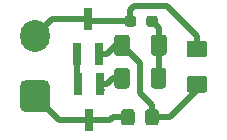
<source format=gbr>
%TF.GenerationSoftware,KiCad,Pcbnew,(5.1.9)-1*%
%TF.CreationDate,2021-01-09T16:59:08-05:00*%
%TF.ProjectId,jouleThief,6a6f756c-6554-4686-9965-662e6b696361,rev?*%
%TF.SameCoordinates,PX7e341b0PY5c0c740*%
%TF.FileFunction,Copper,L1,Top*%
%TF.FilePolarity,Positive*%
%FSLAX46Y46*%
G04 Gerber Fmt 4.6, Leading zero omitted, Abs format (unit mm)*
G04 Created by KiCad (PCBNEW (5.1.9)-1) date 2021-01-09 16:59:08*
%MOMM*%
%LPD*%
G01*
G04 APERTURE LIST*
%TA.AperFunction,SMDPad,CuDef*%
%ADD10R,0.800000X1.900000*%
%TD*%
%TA.AperFunction,ComponentPad*%
%ADD11O,2.500000X2.700000*%
%TD*%
%TA.AperFunction,Conductor*%
%ADD12C,0.500000*%
%TD*%
G04 APERTURE END LIST*
D10*
%TO.P,Q1,1*%
%TO.N,Net-(Q1-Pad1)*%
X8062000Y4294000D03*
%TO.P,Q1,2*%
%TO.N,Net-(Q1-Pad2)*%
X6162000Y4294000D03*
%TO.P,Q1,3*%
%TO.N,Net-(D1-Pad1)*%
X7112000Y1294000D03*
%TD*%
%TO.P,L1,1*%
%TO.N,Net-(C1-Pad2)*%
%TA.AperFunction,SMDPad,CuDef*%
G36*
G01*
X13030000Y1974001D02*
X13030000Y1073999D01*
G75*
G02*
X12780001Y824000I-249999J0D01*
G01*
X12129999Y824000D01*
G75*
G02*
X11880000Y1073999I0J249999D01*
G01*
X11880000Y1974001D01*
G75*
G02*
X12129999Y2224000I249999J0D01*
G01*
X12780001Y2224000D01*
G75*
G02*
X13030000Y1974001I0J-249999D01*
G01*
G37*
%TD.AperFunction*%
%TO.P,L1,2*%
%TO.N,Net-(D1-Pad1)*%
%TA.AperFunction,SMDPad,CuDef*%
G36*
G01*
X10980000Y1974001D02*
X10980000Y1073999D01*
G75*
G02*
X10730001Y824000I-249999J0D01*
G01*
X10079999Y824000D01*
G75*
G02*
X9830000Y1073999I0J249999D01*
G01*
X9830000Y1974001D01*
G75*
G02*
X10079999Y2224000I249999J0D01*
G01*
X10730001Y2224000D01*
G75*
G02*
X10980000Y1974001I0J-249999D01*
G01*
G37*
%TD.AperFunction*%
%TD*%
%TO.P,R2,2*%
%TO.N,Net-(C1-Pad1)*%
%TA.AperFunction,SMDPad,CuDef*%
G36*
G01*
X12356000Y4201000D02*
X12356000Y5451000D01*
G75*
G02*
X12606000Y5701000I250000J0D01*
G01*
X13406000Y5701000D01*
G75*
G02*
X13656000Y5451000I0J-250000D01*
G01*
X13656000Y4201000D01*
G75*
G02*
X13406000Y3951000I-250000J0D01*
G01*
X12606000Y3951000D01*
G75*
G02*
X12356000Y4201000I0J250000D01*
G01*
G37*
%TD.AperFunction*%
%TO.P,R2,1*%
%TO.N,Net-(Q1-Pad1)*%
%TA.AperFunction,SMDPad,CuDef*%
G36*
G01*
X9256000Y4201000D02*
X9256000Y5451000D01*
G75*
G02*
X9506000Y5701000I250000J0D01*
G01*
X10306000Y5701000D01*
G75*
G02*
X10556000Y5451000I0J-250000D01*
G01*
X10556000Y4201000D01*
G75*
G02*
X10306000Y3951000I-250000J0D01*
G01*
X9506000Y3951000D01*
G75*
G02*
X9256000Y4201000I0J250000D01*
G01*
G37*
%TD.AperFunction*%
%TD*%
%TO.P,C1,1*%
%TO.N,Net-(C1-Pad1)*%
%TA.AperFunction,SMDPad,CuDef*%
G36*
G01*
X13693500Y8270001D02*
X13693500Y6969999D01*
G75*
G02*
X13443501Y6720000I-249999J0D01*
G01*
X12618499Y6720000D01*
G75*
G02*
X12368500Y6969999I0J249999D01*
G01*
X12368500Y8270001D01*
G75*
G02*
X12618499Y8520000I249999J0D01*
G01*
X13443501Y8520000D01*
G75*
G02*
X13693500Y8270001I0J-249999D01*
G01*
G37*
%TD.AperFunction*%
%TO.P,C1,2*%
%TO.N,Net-(C1-Pad2)*%
%TA.AperFunction,SMDPad,CuDef*%
G36*
G01*
X10568500Y8270001D02*
X10568500Y6969999D01*
G75*
G02*
X10318501Y6720000I-249999J0D01*
G01*
X9493499Y6720000D01*
G75*
G02*
X9243500Y6969999I0J249999D01*
G01*
X9243500Y8270001D01*
G75*
G02*
X9493499Y8520000I249999J0D01*
G01*
X10318501Y8520000D01*
G75*
G02*
X10568500Y8270001I0J-249999D01*
G01*
G37*
%TD.AperFunction*%
%TD*%
D11*
%TO.P,D1,2*%
%TO.N,Net-(D1-Pad2)*%
X2540000Y8382000D03*
%TO.P,D1,1*%
%TO.N,Net-(D1-Pad1)*%
%TA.AperFunction,ComponentPad*%
G36*
G01*
X3345000Y1952000D02*
X1735000Y1952000D01*
G75*
G02*
X1290000Y2397000I0J445000D01*
G01*
X1290000Y4207000D01*
G75*
G02*
X1735000Y4652000I445000J0D01*
G01*
X3345000Y4652000D01*
G75*
G02*
X3790000Y4207000I0J-445000D01*
G01*
X3790000Y2397000D01*
G75*
G02*
X3345000Y1952000I-445000J0D01*
G01*
G37*
%TD.AperFunction*%
%TD*%
%TO.P,D2,1*%
%TO.N,Net-(C1-Pad2)*%
%TA.AperFunction,SMDPad,CuDef*%
G36*
G01*
X16881000Y3605500D02*
X15631000Y3605500D01*
G75*
G02*
X15381000Y3855500I0J250000D01*
G01*
X15381000Y4780500D01*
G75*
G02*
X15631000Y5030500I250000J0D01*
G01*
X16881000Y5030500D01*
G75*
G02*
X17131000Y4780500I0J-250000D01*
G01*
X17131000Y3855500D01*
G75*
G02*
X16881000Y3605500I-250000J0D01*
G01*
G37*
%TD.AperFunction*%
%TO.P,D2,2*%
%TO.N,Net-(D1-Pad2)*%
%TA.AperFunction,SMDPad,CuDef*%
G36*
G01*
X16881000Y6580500D02*
X15631000Y6580500D01*
G75*
G02*
X15381000Y6830500I0J250000D01*
G01*
X15381000Y7755500D01*
G75*
G02*
X15631000Y8005500I250000J0D01*
G01*
X16881000Y8005500D01*
G75*
G02*
X17131000Y7755500I0J-250000D01*
G01*
X17131000Y6830500D01*
G75*
G02*
X16881000Y6580500I-250000J0D01*
G01*
G37*
%TD.AperFunction*%
%TD*%
D10*
%TO.P,Q2,3*%
%TO.N,Net-(D1-Pad2)*%
X7051000Y9858000D03*
%TO.P,Q2,2*%
%TO.N,Net-(C1-Pad2)*%
X8001000Y6858000D03*
%TO.P,Q2,1*%
%TO.N,Net-(Q1-Pad2)*%
X6101000Y6858000D03*
%TD*%
%TO.P,R1,1*%
%TO.N,Net-(D1-Pad2)*%
%TA.AperFunction,SMDPad,CuDef*%
G36*
G01*
X10133500Y9414500D02*
X10133500Y9889500D01*
G75*
G02*
X10371000Y10127000I237500J0D01*
G01*
X10871000Y10127000D01*
G75*
G02*
X11108500Y9889500I0J-237500D01*
G01*
X11108500Y9414500D01*
G75*
G02*
X10871000Y9177000I-237500J0D01*
G01*
X10371000Y9177000D01*
G75*
G02*
X10133500Y9414500I0J237500D01*
G01*
G37*
%TD.AperFunction*%
%TO.P,R1,2*%
%TO.N,Net-(C1-Pad1)*%
%TA.AperFunction,SMDPad,CuDef*%
G36*
G01*
X11958500Y9414500D02*
X11958500Y9889500D01*
G75*
G02*
X12196000Y10127000I237500J0D01*
G01*
X12696000Y10127000D01*
G75*
G02*
X12933500Y9889500I0J-237500D01*
G01*
X12933500Y9414500D01*
G75*
G02*
X12696000Y9177000I-237500J0D01*
G01*
X12196000Y9177000D01*
G75*
G02*
X11958500Y9414500I0J237500D01*
G01*
G37*
%TD.AperFunction*%
%TD*%
D12*
%TO.N,Net-(C1-Pad1)*%
X13031000Y9067000D02*
X12446000Y9652000D01*
X13031000Y7620000D02*
X13031000Y9067000D01*
X13031000Y4851000D02*
X13006000Y4826000D01*
X13031000Y7620000D02*
X13031000Y4851000D01*
%TO.N,Net-(C1-Pad2)*%
X8001000Y6858000D02*
X8636000Y6858000D01*
X9398000Y7620000D02*
X9906000Y7620000D01*
X8636000Y6858000D02*
X9398000Y7620000D01*
X12455000Y2531000D02*
X12455000Y1524000D01*
X11430000Y3556000D02*
X12455000Y2531000D01*
X11430000Y6096000D02*
X11430000Y3556000D01*
X9906000Y7620000D02*
X11430000Y6096000D01*
X12455000Y1524000D02*
X13970000Y1524000D01*
X16256000Y3810000D02*
X16256000Y4318000D01*
X13970000Y1524000D02*
X16256000Y3810000D01*
%TO.N,Net-(D1-Pad2)*%
X4016000Y9858000D02*
X2540000Y8382000D01*
X7051000Y9858000D02*
X4016000Y9858000D01*
X7257000Y9652000D02*
X7051000Y9858000D01*
X10621000Y9652000D02*
X7257000Y9652000D01*
X16256000Y7293000D02*
X16256000Y8382000D01*
X16256000Y8382000D02*
X13716000Y10922000D01*
X13716000Y10922000D02*
X10922000Y10922000D01*
X10621000Y10621000D02*
X10621000Y9652000D01*
X10922000Y10922000D02*
X10621000Y10621000D01*
%TO.N,Net-(D1-Pad1)*%
X4548000Y1294000D02*
X2540000Y3302000D01*
X7112000Y1294000D02*
X4548000Y1294000D01*
X7112000Y1294000D02*
X8914000Y1294000D01*
X9144000Y1524000D02*
X10405000Y1524000D01*
X8914000Y1294000D02*
X9144000Y1524000D01*
%TO.N,Net-(Q1-Pad1)*%
X8176000Y3810000D02*
X8001000Y3635000D01*
X8062000Y4294000D02*
X8612000Y4294000D01*
X9144000Y4826000D02*
X9906000Y4826000D01*
X8612000Y4294000D02*
X9144000Y4826000D01*
%TO.N,Net-(Q1-Pad2)*%
X6101000Y4355000D02*
X6162000Y4294000D01*
X6101000Y6858000D02*
X6101000Y4355000D01*
%TD*%
M02*

</source>
